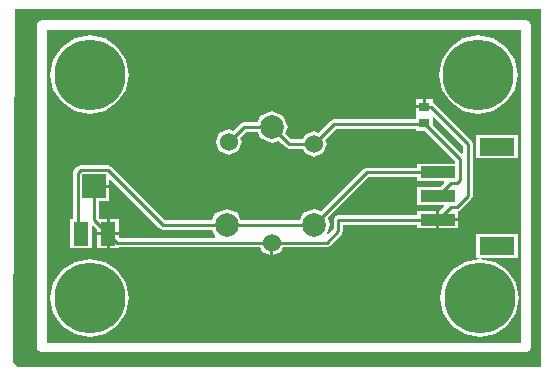
<source format=gtl>
%FSLAX23Y23*%
%MOIN*%
G70*
G01*
G75*
G04 Layer_Physical_Order=1*
G04 Layer_Color=255*
%ADD10R,0.035X0.031*%
%ADD11R,0.079X0.079*%
%ADD12R,0.051X0.079*%
%ADD13R,0.118X0.039*%
%ADD14R,0.118X0.059*%
%ADD15C,0.010*%
%ADD16C,0.079*%
%ADD17C,0.060*%
%ADD18C,0.039*%
%ADD19C,0.236*%
G36*
X1665Y-65D02*
X-80D01*
X-95Y-50D01*
X-90Y1130D01*
X1665D01*
Y-65D01*
D02*
G37*
%LPC*%
G36*
X1615Y1091D02*
X0D01*
X-11Y1086D01*
X-16Y1075D01*
Y0D01*
X-11Y-11D01*
X0Y-16D01*
X1615D01*
X1626Y-11D01*
X1631Y0D01*
X1631Y-0D01*
X1631Y0D01*
Y1075D01*
X1626Y1086D01*
X1615Y1091D01*
D02*
G37*
%LPD*%
G36*
X1599Y16D02*
X16D01*
Y1059D01*
X1599D01*
Y16D01*
D02*
G37*
%LPC*%
G36*
X216Y375D02*
X185D01*
Y331D01*
X216D01*
Y375D01*
D02*
G37*
G36*
X256Y429D02*
X226D01*
Y385D01*
X256D01*
Y429D01*
D02*
G37*
G36*
X160Y296D02*
X110Y286D01*
X68Y257D01*
X39Y215D01*
X29Y165D01*
X39Y115D01*
X68Y73D01*
X110Y44D01*
X160Y34D01*
X210Y44D01*
X252Y73D01*
X281Y115D01*
X291Y165D01*
X281Y215D01*
X252Y257D01*
X210Y286D01*
X160Y296D01*
D02*
G37*
G36*
X1586Y379D02*
X1448D01*
Y300D01*
X1457D01*
X1457Y296D01*
X1457D01*
X1458Y295D01*
X1410Y286D01*
X1368Y257D01*
X1339Y215D01*
X1329Y165D01*
X1339Y115D01*
X1368Y73D01*
X1410Y44D01*
X1460Y34D01*
X1510Y44D01*
X1552Y73D01*
X1581Y115D01*
X1591Y165D01*
X1581Y215D01*
X1552Y257D01*
X1510Y286D01*
X1462Y295D01*
X1462Y296D01*
X1462D01*
X1463Y300D01*
X1586D01*
Y379D01*
D02*
G37*
G36*
X160Y1041D02*
X110Y1031D01*
X68Y1002D01*
X39Y960D01*
X29Y910D01*
X39Y860D01*
X68Y818D01*
X110Y789D01*
X160Y779D01*
X210Y789D01*
X252Y818D01*
X281Y860D01*
X291Y910D01*
X281Y960D01*
X252Y1002D01*
X210Y1031D01*
X160Y1041D01*
D02*
G37*
G36*
X1455D02*
X1405Y1031D01*
X1363Y1002D01*
X1334Y960D01*
X1324Y910D01*
X1334Y860D01*
X1363Y818D01*
X1405Y789D01*
X1455Y779D01*
X1505Y789D01*
X1547Y818D01*
X1576Y860D01*
X1586Y910D01*
X1576Y960D01*
X1547Y1002D01*
X1505Y1031D01*
X1455Y1041D01*
D02*
G37*
G36*
X1270Y828D02*
X1247D01*
Y808D01*
X1270D01*
Y828D01*
D02*
G37*
G36*
X1303D02*
X1280D01*
Y803D01*
X1275D01*
Y798D01*
X1247D01*
Y777D01*
X1247Y777D01*
X1247Y773D01*
X1247D01*
Y761D01*
X974D01*
X963Y756D01*
X921Y715D01*
X907Y721D01*
X876Y709D01*
X870Y694D01*
X831D01*
X812Y713D01*
X820Y735D01*
X805Y773D01*
X767Y788D01*
X729Y773D01*
X720Y751D01*
X673D01*
X662Y746D01*
X637Y722D01*
X623Y728D01*
X592Y716D01*
X580Y685D01*
X592Y654D01*
X623Y642D01*
X654Y654D01*
X666Y685D01*
X660Y699D01*
X680Y719D01*
X720D01*
X729Y697D01*
X767Y682D01*
X789Y690D01*
X813Y667D01*
X824Y662D01*
X870D01*
X876Y647D01*
X907Y635D01*
X938Y647D01*
X950Y678D01*
X944Y692D01*
X981Y729D01*
X1247D01*
Y722D01*
X1278D01*
X1378Y622D01*
Y613D01*
X1251D01*
Y600D01*
X1083D01*
X1071Y595D01*
X931Y455D01*
X909Y463D01*
X871Y448D01*
X862Y426D01*
X662D01*
X654Y447D01*
X616Y462D01*
X578Y447D01*
X569Y425D01*
X410D01*
X232Y603D01*
X221Y608D01*
X130D01*
X118Y603D01*
X109Y595D01*
X105Y583D01*
Y429D01*
X94D01*
Y331D01*
X166D01*
Y405D01*
X170Y407D01*
X185Y393D01*
Y385D01*
X216D01*
Y429D01*
X194D01*
X192Y432D01*
Y488D01*
X225D01*
Y532D01*
X175D01*
Y542D01*
X225D01*
Y559D01*
X229Y560D01*
X392Y398D01*
D01*
X392D01*
Y398D01*
D01*
X392D01*
Y398D01*
X392D01*
Y398D01*
D01*
X392D01*
Y398D01*
X404Y393D01*
X569D01*
X578Y371D01*
X578Y371D01*
X577Y366D01*
X257D01*
X256Y367D01*
Y375D01*
X226D01*
Y331D01*
X256D01*
Y334D01*
X729D01*
X735Y319D01*
X761Y309D01*
Y350D01*
X771D01*
Y309D01*
X797Y319D01*
X803Y334D01*
X950D01*
X961Y339D01*
X1000Y377D01*
X1005Y389D01*
Y410D01*
X1251D01*
Y397D01*
X1315D01*
Y426D01*
Y456D01*
X1251D01*
Y442D01*
X989D01*
X977Y438D01*
X973Y426D01*
Y396D01*
X954Y377D01*
X950Y380D01*
X962Y410D01*
X954Y432D01*
X1089Y568D01*
X1251D01*
Y554D01*
X1340D01*
X1341Y549D01*
X1327Y535D01*
X1251D01*
Y475D01*
X1340D01*
X1341Y471D01*
X1327Y456D01*
X1325D01*
Y431D01*
X1389D01*
Y456D01*
X1397Y459D01*
X1431Y494D01*
X1436Y505D01*
Y680D01*
X1431Y691D01*
X1309Y814D01*
X1303Y817D01*
Y828D01*
D02*
G37*
G36*
X1389Y421D02*
X1325D01*
Y397D01*
X1389D01*
Y421D01*
D02*
G37*
G36*
X1586Y710D02*
X1448D01*
Y631D01*
X1586D01*
Y710D01*
D02*
G37*
%LPD*%
G36*
X1404Y673D02*
Y648D01*
X1399Y646D01*
X1303Y743D01*
Y768D01*
X1307Y770D01*
X1404Y673D01*
D02*
G37*
D10*
X1275Y747D02*
D03*
Y803D02*
D03*
D11*
X175Y537D02*
D03*
D12*
X221Y380D02*
D03*
X130D02*
D03*
D13*
X1320Y584D02*
D03*
Y505D02*
D03*
Y426D02*
D03*
Y584D02*
D03*
D14*
X1517Y670D02*
D03*
Y340D02*
D03*
D15*
X1297Y803D02*
X1420Y680D01*
X1283Y803D02*
X1297D01*
X1275Y795D02*
X1283Y803D01*
X907Y678D02*
X974Y745D01*
X1270D01*
X766Y350D02*
X950D01*
X989Y389D01*
Y426D01*
X251Y350D02*
X766D01*
X1320Y426D02*
X1364Y470D01*
X1385D01*
X1420Y505D01*
Y680D01*
X1320Y505D02*
X1364Y549D01*
X1385D01*
X1394Y558D01*
Y628D01*
X1275Y747D02*
X1394Y628D01*
X616Y409D02*
X617Y410D01*
X909D01*
X989Y426D02*
X1320D01*
X909Y410D02*
X1083Y584D01*
X1320D01*
X121Y389D02*
Y583D01*
X130Y592D01*
X221D01*
X404Y409D01*
X616D01*
X221Y380D02*
X251Y350D01*
X623Y685D02*
X673Y735D01*
X767D01*
X824Y678D01*
X907D01*
X175Y425D02*
X221Y380D01*
X175Y425D02*
Y537D01*
D16*
X909Y410D02*
D03*
X616Y409D02*
D03*
X767Y735D02*
D03*
D17*
X766Y350D02*
D03*
X907Y678D02*
D03*
X623Y685D02*
D03*
D18*
X1397Y228D02*
D03*
X1523D02*
D03*
X1460Y254D02*
D03*
X1371Y165D02*
D03*
X1397Y102D02*
D03*
X1460Y76D02*
D03*
X1523Y102D02*
D03*
X1549Y165D02*
D03*
X1544Y910D02*
D03*
X1518Y847D02*
D03*
X1455Y821D02*
D03*
X1392Y847D02*
D03*
X1366Y910D02*
D03*
X1455Y999D02*
D03*
X1518Y973D02*
D03*
X1392D02*
D03*
X97Y228D02*
D03*
X223D02*
D03*
X160Y254D02*
D03*
X71Y165D02*
D03*
X97Y102D02*
D03*
X160Y76D02*
D03*
X223Y102D02*
D03*
X249Y165D02*
D03*
Y910D02*
D03*
X223Y847D02*
D03*
X160Y821D02*
D03*
X97Y847D02*
D03*
X71Y910D02*
D03*
X160Y999D02*
D03*
X223Y973D02*
D03*
X97D02*
D03*
D19*
X1460Y165D02*
D03*
X1455Y910D02*
D03*
X160Y165D02*
D03*
Y910D02*
D03*
M02*

</source>
